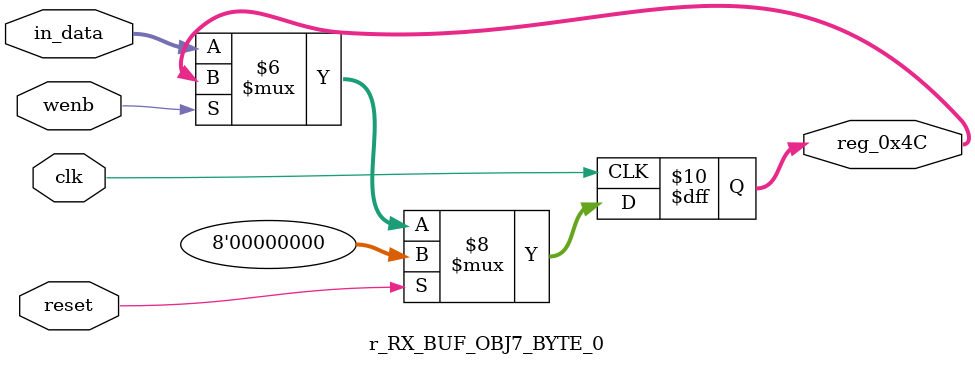
<source format=v>
module r_RX_BUF_OBJ7_BYTE_0(output reg [7:0] reg_0x4C, input wire reset, input wire wenb, input wire [7:0] in_data, input wire clk);
	always@(posedge clk)
	begin
		if(reset==0) begin
			if(wenb==0)
				reg_0x4C<=in_data;
			else
				reg_0x4C<=reg_0x4C;
		end
		else
			reg_0x4C<=8'h00;
	end
endmodule
</source>
